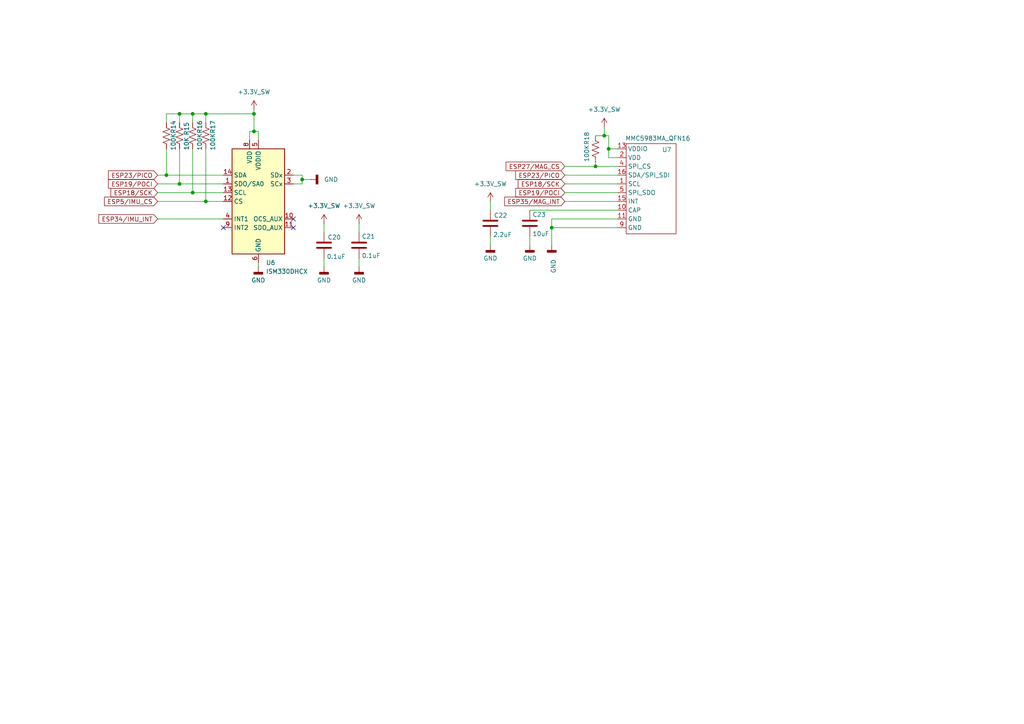
<source format=kicad_sch>
(kicad_sch (version 20250114) (generator "eeschema") (generator_version "9.0")
  (paper "A4")
  (lib_symbols
    (symbol "Device:C" (pin_numbers (hide yes)) (pin_names (offset 0.254))
      (property "Reference" "C" (at 0.635 2.54 0))
      (property "Value" "C" (at 0.635 -2.54 0))
      (symbol "C_0_1"
        (polyline (pts (xy -2.032 0.762) (xy 2.032 0.762)) (stroke (width 0.508)))
        (polyline (pts (xy -2.032 -0.762) (xy 2.032 -0.762)) (stroke (width 0.508)))
      )
      (symbol "C_1_1"
        (pin passive line (at 0 3.81 270) (length 2.794) (name "~") (number "1"))
        (pin passive line (at 0 -3.81 90) (length 2.794) (name "~") (number "2"))
      )
    )
    (symbol "Device:R_US" (pin_numbers (hide yes)) (pin_names (offset 0))
      (property "Reference" "R" (at 2.54 0 90))
      (property "Value" "R_US" (at -2.54 0 90))
      (symbol "R_US_0_1"
        (polyline (pts (xy 0 2.286) (xy 0 2.54)))
        (polyline (pts (xy 0 2.286) (xy 1.016 1.905) (xy 0 1.524) (xy -1.016 1.143) (xy 0 0.762)))
        (polyline (pts (xy 0 0.762) (xy 1.016 0.381) (xy 0 0) (xy -1.016 -0.381) (xy 0 -0.762)))
        (polyline (pts (xy 0 -0.762) (xy 1.016 -1.143) (xy 0 -1.524) (xy -1.016 -1.905) (xy 0 -2.286)))
        (polyline (pts (xy 0 -2.286) (xy 0 -2.54)))
      )
      (symbol "R_US_1_1"
        (pin passive line (at 0 3.81 270) (length 1.27) (name "~") (number "1"))
        (pin passive line (at 0 -3.81 90) (length 1.27) (name "~") (number "2"))
      )
    )
    (symbol "Sensor_Magnetic:MMC5883MA"
      (property "Reference" "U11" (at 10.414 4.826 0))
      (property "Value" "MMC5983MA_QFN16" (at -0.254 8.128 0))
      (symbol "MMC5883MA_1_1"
        (rectangle (start 0 6.604) (end 14.478 -19.558))
        (pin power_in line (at -2.54 5.08 0) (length 2.54) (name "VDDIO") (number "13"))
        (pin input line (at -2.54 2.54 0) (length 2.54) (name "VDD") (number "2"))
        (pin input line (at -2.54 0 0) (length 2.54) (name "SPI_CS") (number "4"))
        (pin power_in line (at -2.54 -2.54 0) (length 2.54) (name "SDA/SPI_SDI") (number "16"))
        (pin input line (at -2.54 -5.08 0) (length 2.54) (name "SCL") (number "1"))
        (pin bidirectional line (at -2.54 -7.62 0) (length 2.54) (name "SPI_SDO") (number "5"))
        (pin power_in line (at -2.54 -10.16 0) (length 2.54) (name "INT") (number "15"))
        (pin output line (at -2.54 -12.7 0) (length 2.54) (name "CAP") (number "10"))
        (pin power_in line (at -2.54 -15.24 0) (length 2.54) (name "GND") (number "11"))
        (pin output line (at -2.54 -17.78 0) (length 2.54) (name "GND") (number "9"))
      )
    )
    (symbol "Sensor_Motion:ISM330DHCX"
      (property "Reference" "U" (at 5.842 -16.51 0))
      (property "Value" "ISM330DHCX" (at 5.842 -18.542 0))
      (symbol "ISM330DHCX_0_1"
        (rectangle (start -7.62 15.24) (end 7.62 -15.24) (stroke (width 0.254)) (fill (type background)))
      )
      (symbol "ISM330DHCX_1_1"
        (pin bidirectional line (at -10.16 7.62 0) (length 2.54) (name "SDA") (number "14"))
        (pin output line (at -10.16 5.08 0) (length 2.54) (name "SDO/SA0") (number "1"))
        (pin input line (at -10.16 2.54 0) (length 2.54) (name "SCL") (number "13"))
        (pin input line (at -10.16 0 0) (length 2.54) (name "CS") (number "12"))
        (pin output line (at -10.16 -5.08 0) (length 2.54) (name "INT1") (number "4"))
        (pin output line (at -10.16 -7.62 0) (length 2.54) (name "INT2") (number "9"))
        (pin power_in line (at -2.54 17.78 270) (length 2.54) (name "VDD") (number "8"))
        (pin power_in line (at 0 17.78 270) (length 2.54) (name "VDDIO") (number "5"))
        (pin power_in line (at 0 -17.78 90) (length 2.54) (name "GND") (number "6"))
        (pin passive line (at 0 -17.78 90) (length 2.54) (hide yes) (name "GND") (number "7"))
        (pin bidirectional line (at 10.16 7.62 180) (length 2.54) (name "SDx") (number "2"))
        (pin input line (at 10.16 5.08 180) (length 2.54) (name "SCx") (number "3"))
        (pin passive line (at 10.16 -5.08 180) (length 2.54) (name "OCS_AUX") (number "10"))
        (pin passive line (at 10.16 -7.62 180) (length 2.54) (name "SDO_AUX") (number "11"))
      )
    )
    (symbol "power:+3.3V" (power) (pin_numbers (hide yes)) (pin_names (offset 0) (hide yes))
      (property "Value" "+3.3V" (at 0 3.556 0))
      (symbol "+3.3V_0_1"
        (polyline (pts (xy -0.762 1.27) (xy 0 2.54)))
        (polyline (pts (xy 0 2.54) (xy 0.762 1.27)))
        (polyline (pts (xy 0 0) (xy 0 2.54)))
      )
      (symbol "+3.3V_1_1"
        (pin power_in line (at 0 0 90) (length 0) (name "~") (number "1"))
      )
    )
    (symbol "power:GNDD" (power) (pin_numbers (hide yes)) (pin_names (offset 0) (hide yes))
      (property "Value" "GNDD" (at 0 -3.175 0))
      (symbol "GNDD_0_1"
        (rectangle (start -1.27 -1.524) (end 1.27 -2.032) (stroke (width 0.254)) (fill (type outline)))
        (polyline (pts (xy 0 0) (xy 0 -1.524)))
      )
      (symbol "GNDD_1_1"
        (pin power_in line (at 0 0 270) (length 0) (name "~") (number "1"))
      )
    )
  )
  (junction (at 59.69 33.02))
  (junction (at 175.26 39.37))
  (junction (at 160.02 66.04))
  (junction (at 73.66 38.1))
  (junction (at 73.66 33.02))
  (junction (at 87.63 52.07))
  (junction (at 55.88 33.02))
  (junction (at 172.72 48.26))
  (junction (at 55.88 55.88))
  (junction (at 52.07 53.34))
  (junction (at 59.69 58.42))
  (junction (at 52.07 33.02))
  (junction (at 176.53 43.18))
  (junction (at 48.26 50.8))
  (no_connect (at 85.09 66.04))
  (no_connect (at 85.09 63.5))
  (no_connect (at 64.77 66.04))
  (wire (pts (xy 48.26 35.56) (xy 48.26 33.02)))
  (wire (pts (xy 163.83 58.42) (xy 179.07 58.42)))
  (wire (pts (xy 52.07 33.02) (xy 55.88 33.02)))
  (wire (pts (xy 160.02 71.12) (xy 160.02 66.04)))
  (wire (pts (xy 52.07 33.02) (xy 52.07 35.56)))
  (wire (pts (xy 153.67 68.58) (xy 153.67 71.12)))
  (wire (pts (xy 52.07 43.18) (xy 52.07 53.34)))
  (wire (pts (xy 55.88 43.18) (xy 55.88 55.88)))
  (wire (pts (xy 160.02 66.04) (xy 179.07 66.04)))
  (wire (pts (xy 163.83 55.88) (xy 179.07 55.88)))
  (wire (pts (xy 93.98 74.93) (xy 93.98 77.47)))
  (wire (pts (xy 104.14 64.77) (xy 104.14 67.31)))
  (wire (pts (xy 72.39 38.1) (xy 73.66 38.1)))
  (wire (pts (xy 74.93 76.2) (xy 74.93 77.47)))
  (wire (pts (xy 104.14 74.93) (xy 104.14 77.47)))
  (wire (pts (xy 172.72 39.37) (xy 175.26 39.37)))
  (wire (pts (xy 48.26 43.18) (xy 48.26 50.8)))
  (wire (pts (xy 74.93 38.1) (xy 74.93 40.64)))
  (wire (pts (xy 176.53 43.18) (xy 179.07 43.18)))
  (wire (pts (xy 179.07 45.72) (xy 176.53 45.72)))
  (wire (pts (xy 87.63 53.34) (xy 85.09 53.34)))
  (wire (pts (xy 55.88 33.02) (xy 55.88 35.56)))
  (wire (pts (xy 179.07 60.96) (xy 153.67 60.96)))
  (wire (pts (xy 73.66 33.02) (xy 73.66 38.1)))
  (wire (pts (xy 87.63 52.07) (xy 87.63 53.34)))
  (wire (pts (xy 48.26 50.8) (xy 64.77 50.8)))
  (wire (pts (xy 73.66 31.75) (xy 73.66 33.02)))
  (wire (pts (xy 73.66 38.1) (xy 74.93 38.1)))
  (wire (pts (xy 59.69 43.18) (xy 59.69 58.42)))
  (wire (pts (xy 48.26 33.02) (xy 52.07 33.02)))
  (wire (pts (xy 142.24 58.42) (xy 142.24 60.96)))
  (wire (pts (xy 142.24 68.58) (xy 142.24 71.12)))
  (wire (pts (xy 172.72 48.26) (xy 179.07 48.26)))
  (wire (pts (xy 175.26 39.37) (xy 176.53 39.37)))
  (wire (pts (xy 52.07 53.34) (xy 64.77 53.34)))
  (wire (pts (xy 179.07 63.5) (xy 160.02 63.5)))
  (wire (pts (xy 45.72 55.88) (xy 55.88 55.88)))
  (wire (pts (xy 163.83 48.26) (xy 172.72 48.26)))
  (wire (pts (xy 55.88 55.88) (xy 64.77 55.88)))
  (wire (pts (xy 85.09 50.8) (xy 87.63 50.8)))
  (wire (pts (xy 163.83 50.8) (xy 179.07 50.8)))
  (wire (pts (xy 176.53 39.37) (xy 176.53 43.18)))
  (wire (pts (xy 87.63 52.07) (xy 90.17 52.07)))
  (wire (pts (xy 59.69 33.02) (xy 59.69 35.56)))
  (wire (pts (xy 93.98 64.77) (xy 93.98 67.31)))
  (wire (pts (xy 163.83 53.34) (xy 179.07 53.34)))
  (wire (pts (xy 172.72 46.99) (xy 172.72 48.26)))
  (wire (pts (xy 87.63 50.8) (xy 87.63 52.07)))
  (wire (pts (xy 160.02 63.5) (xy 160.02 66.04)))
  (wire (pts (xy 59.69 58.42) (xy 64.77 58.42)))
  (wire (pts (xy 72.39 40.64) (xy 72.39 38.1)))
  (wire (pts (xy 176.53 45.72) (xy 176.53 43.18)))
  (wire (pts (xy 45.72 53.34) (xy 52.07 53.34)))
  (wire (pts (xy 55.88 33.02) (xy 59.69 33.02)))
  (wire (pts (xy 45.72 58.42) (xy 59.69 58.42)))
  (wire (pts (xy 45.72 63.5) (xy 64.77 63.5)))
  (wire (pts (xy 59.69 33.02) (xy 73.66 33.02)))
  (wire (pts (xy 45.72 50.8) (xy 48.26 50.8)))
  (wire (pts (xy 175.26 36.83) (xy 175.26 39.37)))
  (global_label "ESP18{slash}SCK" (shape input) (at 45.72 55.88 180) (property "Intersheetrefs" "${INTERSHEET_REFS}" (effects (hide yes))))
  (global_label "ESP23{slash}PICO" (shape input) (at 163.83 50.8 180) (property "Intersheetrefs" "${INTERSHEET_REFS}" (effects (hide yes))))
  (global_label "ESP23{slash}PICO" (shape input) (at 45.72 50.8 180) (property "Intersheetrefs" "${INTERSHEET_REFS}" (effects (hide yes))))
  (global_label "ESP18{slash}SCK" (shape input) (at 163.83 53.34 180) (property "Intersheetrefs" "${INTERSHEET_REFS}" (effects (hide yes))))
  (global_label "ESP34{slash}IMU_INT" (shape input) (at 45.72 63.5 180) (property "Intersheetrefs" "${INTERSHEET_REFS}" (effects (hide yes))))
  (global_label "ESP5{slash}IMU_CS" (shape input) (at 45.72 58.42 180) (property "Intersheetrefs" "${INTERSHEET_REFS}" (effects (hide yes))))
  (global_label "ESP19{slash}POCI" (shape input) (at 45.72 53.34 180) (property "Intersheetrefs" "${INTERSHEET_REFS}" (effects (hide yes))))
  (global_label "ESP35{slash}MAG_INT" (shape input) (at 163.83 58.42 180) (property "Intersheetrefs" "${INTERSHEET_REFS}" (effects (hide yes))))
  (global_label "ESP19{slash}POCI" (shape input) (at 163.83 55.88 180) (property "Intersheetrefs" "${INTERSHEET_REFS}" (effects (hide yes))))
  (global_label "ESP27{slash}MAG_CS" (shape input) (at 163.83 48.26 180) (property "Intersheetrefs" "${INTERSHEET_REFS}" (effects (hide yes))))
  (symbol (lib_id "power:+3.3V") (at 93.98 64.77 0) (unit 1)
    (property "Reference" "#PWR061" (effects (hide yes)))
    (property "Value" "+3.3V_SW" (at 93.98 59.69 0))
    (property "Description" "Power symbol creates a global label with name \"+3.3V\"" (effects (hide yes)))
  )
  (symbol (lib_id "Device:R_US") (at 55.88 39.37 0) (unit 1)
    (property "Reference" "R16" (at 57.912 36.83 90))
    (property "Value" "100K" (at 57.912 41.148 90))
    (property "Footprint" "Resistor_SMD:R_0402_1005Metric" (effects (hide yes)))
    (property "Description" "Resistor, US symbol" (effects (hide yes)))
  )
  (symbol (lib_id "Device:R_US") (at 172.72 43.18 0) (unit 1)
    (property "Reference" "R18" (at 170.18 40.132 90))
    (property "Value" "100K" (at 170.18 44.45 90))
    (property "Footprint" "Resistor_SMD:R_0402_1005Metric" (effects (hide yes)))
    (property "Description" "Resistor, US symbol" (effects (hide yes)))
  )
  (symbol (lib_id "Device:R_US") (at 52.07 39.37 0) (unit 1)
    (property "Reference" "R15" (at 54.102 37.338 90))
    (property "Value" "10K" (at 54.102 41.656 90))
    (property "Footprint" "Resistor_SMD:R_0402_1005Metric" (effects (hide yes)))
    (property "Description" "Resistor, US symbol" (effects (hide yes)))
  )
  (symbol (lib_id "power:+3.3V") (at 175.26 36.83 0) (unit 1)
    (property "Reference" "#PWR069" (effects (hide yes)))
    (property "Value" "+3.3V_SW" (at 175.26 31.75 0))
    (property "Description" "Power symbol creates a global label with name \"+3.3V\"" (effects (hide yes)))
  )
  (symbol (lib_id "power:GNDD") (at 93.98 77.47 0) (unit 1)
    (property "Reference" "#PWR062" (effects (hide yes)))
    (property "Value" "GND" (at 93.98 81.28 0))
    (property "Description" "Power symbol creates a global label with name \"GNDD\" , digital ground" (effects (hide yes)))
  )
  (symbol (lib_id "Device:R_US") (at 59.69 39.37 0) (unit 1)
    (property "Reference" "R17" (at 61.722 36.83 90))
    (property "Value" "100K" (at 61.722 41.148 90))
    (property "Footprint" "Resistor_SMD:R_0402_1005Metric" (effects (hide yes)))
    (property "Description" "Resistor, US symbol" (effects (hide yes)))
  )
  (symbol (lib_id "power:+3.3V") (at 142.24 58.42 0) (unit 1)
    (property "Reference" "#PWR065" (effects (hide yes)))
    (property "Value" "+3.3V_SW" (at 142.24 53.34 0))
    (property "Description" "Power symbol creates a global label with name \"+3.3V\"" (effects (hide yes)))
  )
  (symbol (lib_id "power:GNDD") (at 142.24 71.12 0) (unit 1)
    (property "Reference" "#PWR066" (effects (hide yes)))
    (property "Value" "GND" (at 142.24 74.93 0))
    (property "Description" "Power symbol creates a global label with name \"GNDD\" , digital ground" (effects (hide yes)))
  )
  (symbol (lib_id "Device:C") (at 153.67 64.77 0) (unit 1)
    (property "Reference" "C23" (at 154.432 62.23 0) (effects (justify left)))
    (property "Value" "10uF" (at 154.432 67.818 0) (effects (justify left)))
    (property "Footprint" "Capacitor_SMD:C_0402_1005Metric_Pad0.74x0.62mm_HandSolder" (effects (hide yes)))
    (property "Description" "Unpolarized capacitor" (effects (hide yes)))
  )
  (symbol (lib_id "Sensor_Magnetic:MMC5883MA") (at 181.61 48.26 0) (unit 1)
    (property "Reference" "U7" (at 192.024 43.434 0) (effects (justify left)))
    (property "Value" "MMC5983MA_QFN16" (at 181.356 40.132 0) (effects (justify left)))
    (property "Footprint" "Package_LGA:LGA-16_3x3mm_P0.5mm" (effects (hide yes)))
    (property "Datasheet" "https://mm.digikey.com/Volume0/opasdata/d220001/medias/docus/333/MMC5983MA_RevA_4-3-19.pdf" (effects (hide yes)))
    (property "Description" "3-axis Magnetic Sensor, I2C Interface, LGA-16" (effects (hide yes)))
  )
  (symbol (lib_id "Device:C") (at 104.14 71.12 0) (unit 1)
    (property "Reference" "C21" (at 104.902 68.58 0) (effects (justify left)))
    (property "Value" "0.1uF" (at 104.902 74.168 0) (effects (justify left)))
    (property "Footprint" "Capacitor_SMD:C_0402_1005Metric_Pad0.74x0.62mm_HandSolder" (effects (hide yes)))
    (property "Description" "Unpolarized capacitor" (effects (hide yes)))
  )
  (symbol (lib_id "power:GNDD") (at 74.93 77.47 0) (unit 1)
    (property "Reference" "#PWR059" (effects (hide yes)))
    (property "Value" "GND" (at 74.93 81.28 0))
    (property "Description" "Power symbol creates a global label with name \"GNDD\" , digital ground" (effects (hide yes)))
  )
  (symbol (lib_id "Sensor_Motion:ISM330DHCX") (at 74.93 58.42 0) (unit 1)
    (property "Reference" "U6" (at 77.1241 76.2 0) (effects (justify left)))
    (property "Value" "ISM330DHCX" (at 77.1241 78.74 0) (effects (justify left)))
    (property "Footprint" "Package_LGA:LGA-14_3x2.5mm_P0.5mm_LayoutBorder3x4y" (effects (hide yes)))
    (property "Datasheet" "https://www.st.com/resource/en/datasheet/ism330dhcx.pdf" (effects (hide yes)))
    (property "Description" "iNEMO inertial module with embedded Machine Learning Core: always-on 3D accelerometer and 3D gyroscope with digital output for industrial applications, LGA-14" (effects (hide yes)))
  )
  (symbol (lib_id "Device:C") (at 93.98 71.12 0) (unit 1)
    (property "Reference" "C20" (at 94.996 68.834 0) (effects (justify left)))
    (property "Value" "0.1uF" (at 94.742 74.422 0) (effects (justify left)))
    (property "Footprint" "Capacitor_SMD:C_0402_1005Metric_Pad0.74x0.62mm_HandSolder" (effects (hide yes)))
    (property "Description" "Unpolarized capacitor" (effects (hide yes)))
  )
  (symbol (lib_id "power:+3.3V") (at 73.66 31.75 0) (unit 1)
    (property "Reference" "#PWR058" (effects (hide yes)))
    (property "Value" "+3.3V_SW" (at 73.66 26.67 0))
    (property "Description" "Power symbol creates a global label with name \"+3.3V\"" (effects (hide yes)))
  )
  (symbol (lib_id "power:GNDD") (at 90.17 52.07 90) (unit 1)
    (property "Reference" "#PWR060" (effects (hide yes)))
    (property "Value" "GND" (at 93.98 52.0699 90) (effects (justify right)))
    (property "Description" "Power symbol creates a global label with name \"GNDD\" , digital ground" (effects (hide yes)))
  )
  (symbol (lib_id "power:+3.3V") (at 104.14 64.77 0) (unit 1)
    (property "Reference" "#PWR063" (effects (hide yes)))
    (property "Value" "+3.3V_SW" (at 104.14 59.69 0))
    (property "Description" "Power symbol creates a global label with name \"+3.3V\"" (effects (hide yes)))
  )
  (symbol (lib_id "Device:R_US") (at 48.26 39.37 0) (unit 1)
    (property "Reference" "R14" (at 50.292 36.83 90))
    (property "Value" "100K" (at 50.292 41.148 90))
    (property "Footprint" "Resistor_SMD:R_0402_1005Metric" (effects (hide yes)))
    (property "Description" "Resistor, US symbol" (effects (hide yes)))
  )
  (symbol (lib_id "power:GNDD") (at 153.67 71.12 0) (unit 1)
    (property "Reference" "#PWR067" (effects (hide yes)))
    (property "Value" "GND" (at 153.67 74.93 0))
    (property "Description" "Power symbol creates a global label with name \"GNDD\" , digital ground" (effects (hide yes)))
  )
  (symbol (lib_id "Device:C") (at 142.24 64.77 0) (unit 1)
    (property "Reference" "C22" (at 143.256 62.484 0) (effects (justify left)))
    (property "Value" "2.2uF" (at 143.002 68.072 0) (effects (justify left)))
    (property "Footprint" "Capacitor_SMD:C_0402_1005Metric_Pad0.74x0.62mm_HandSolder" (effects (hide yes)))
    (property "Description" "Unpolarized capacitor" (effects (hide yes)))
  )
  (symbol (lib_id "power:GNDD") (at 104.14 77.47 0) (unit 1)
    (property "Reference" "#PWR064" (effects (hide yes)))
    (property "Value" "GND" (at 104.14 81.28 0))
    (property "Description" "Power symbol creates a global label with name \"GNDD\" , digital ground" (effects (hide yes)))
  )
  (symbol (lib_id "power:GNDD") (at 160.02 71.12 0) (unit 1)
    (property "Reference" "#PWR068" (effects (hide yes)))
    (property "Value" "GND" (at 160.528 75.184 90) (effects (justify right)))
    (property "Description" "Power symbol creates a global label with name \"GNDD\" , digital ground" (effects (hide yes)))
  )
)
</source>
